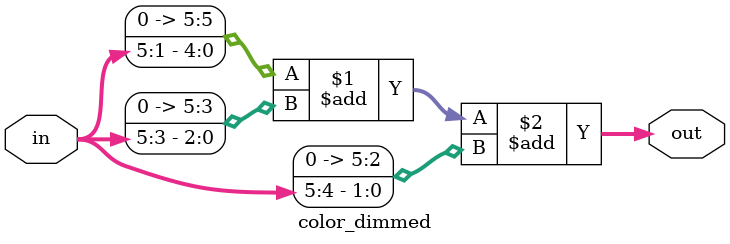
<source format=v>
`timescale 1ns / 1ps
`default_nettype none

module vga_scandoubler (
    input wire clkvideo,
    input wire clkvga,
    input wire enable_scandoubling,
    input wire disable_scaneffect,  // 1 to disable scanlines
    input wire [5:0] ri,
    input wire [5:0] gi,
    input wire [5:0] bi,
    input wire hsync_ext_n,
    input wire vsync_ext_n,
    input wire csync_ext_n,
    output reg [5:0] ro,
    output reg [5:0] go,
    output reg [5:0] bo,
    output reg hsync,
    output reg vsync
   );
    
    parameter [31:0] CLKVIDEO = 12000;
    
    // http://www.epanorama.net/faq/vga2rgb/calc.html
    // SVGA 800x600
    // HSYNC = 3.36us  VSYNC = 114.32us
    
    parameter [63:0] HSYNC_COUNT = (CLKVIDEO * 3360 * 2)/1000000;
    parameter [63:0] VSYNC_COUNT = (CLKVIDEO * 114320 * 2)/1000000;
    
    reg [10:0] addrvideo = 11'd0, addrvga = 11'b00000000000;
    reg [9:0] totalhor = 10'd0;

    wire [5:0] rout, gout, bout;
    // Memoria de doble puerto que guarda la informaci�n de dos scans
    // Cada scan puede ser de hasta 1024 puntos, incluidos aqu� los
    // puntos en negro que se pintan durante el HBlank
    vgascanline_dport memscan (
        .clk(clkvga),
        .addrwrite(addrvideo),
        .addrread(addrvga),
        .we(1'b1),
        .din({ri,gi,bi}),
        .dout({rout,gout,bout})
    );

    // Para generar scanlines:
    reg scaneffect = 1'b0;
    wire [5:0] rout_dimmed, gout_dimmed, bout_dimmed;
    color_dimmed apply_to_red   (rout, rout_dimmed);
    color_dimmed apply_to_green (gout, gout_dimmed);
    color_dimmed apply_to_blue  (bout, bout_dimmed);
    wire [5:0] ro_vga = (scaneffect | disable_scaneffect)? rout : rout_dimmed;
    wire [5:0] go_vga = (scaneffect | disable_scaneffect)? gout : gout_dimmed;
    wire [5:0] bo_vga = (scaneffect | disable_scaneffect)? bout : bout_dimmed;
        
    // Voy alternativamente escribiendo en una mitad o en otra del scan buffer
    // Cambio de mitad cada vez que encuentro un pulso de sincronismo horizontal
    // En "totalhor" mido el n�mero de ciclos de reloj que hay en un scan
    always @(posedge clkvideo) begin
//        if (vsync_ext_n == 1'b0) begin
//            addrvideo <= 11'd0;
//        end    
        if (hsync_ext_n == 1'b0 && addrvideo[9:7] != 3'b000) begin
            totalhor <= addrvideo[9:0];
            addrvideo <= {~addrvideo[10],10'b0000000000};
        end
        else
            addrvideo <= addrvideo + 11'd1;
    end
    
    // Recorro el scanbuffer al doble de velocidad, generando direcciones para
    // el scan buffer. Cada vez que el video original ha terminado una linea,
    // cambio de mitad de buffer. Cuando termino de recorrerlo pero a�n no
    // estoy en un retrazo horizontal, simplemente vuelvo a recorrer el scan buffer
    // desde el mismo origen
    // Cada vez que termino de recorrer el scan buffer basculo "scaneffect" que
    // uso despu�s para mostrar los p�xeles a su brillo nominal, o con su brillo
    // reducido para un efecto chachi de scanlines en la VGA
    always @(posedge clkvga) begin
//        if (vsync_ext_n == 1'b0) begin
//            addrvga <= 11'b10000000000;
//            scaneffect <= 1'b0;
//        end    
        if (addrvga[9:0] == totalhor && hsync_ext_n == 1'b1) begin
            addrvga <= {addrvga[10], 10'b000000000};
            scaneffect <= ~scaneffect;
        end
        else if (hsync_ext_n == 1'b0 && addrvga[9:7] != 3'b000) begin
            addrvga <= {~addrvga[10],10'b000000000};
            scaneffect <= ~scaneffect;
        end
        else
            addrvga <= addrvga + 11'd1;
    end

    // El HSYNC de la VGA est� bajo s�lo durante HSYNC_COUNT ciclos a partir del comienzo
    // del barrido de un scanline
    reg hsync_vga, vsync_vga;
    
    always @* begin
        if (addrvga[9:0] < HSYNC_COUNT[9:0])
            hsync_vga = 1'b0;
        else
            hsync_vga = 1'b1;
    end
    
    // El VSYNC de la VGA est� bajo s�lo durante VSYNC_COUNT ciclos a partir del flanco de
    // bajada de la se�al de sincronismo vertical original
    reg [15:0] cntvsync = 16'hFFFF;
    initial vsync_vga = 1'b1;
    always @(posedge clkvga) begin
        if (vsync_ext_n == 1'b0) begin
            if (cntvsync == 16'hFFFF) begin
                cntvsync <= 16'd0;
                vsync_vga <= 1'b0;
            end
            else if (cntvsync != 16'hFFFE) begin
                if (cntvsync == VSYNC_COUNT[15:0]) begin
                    vsync_vga <= 1'b1;
                    cntvsync <= 16'hFFFE;
                end
                else
                    cntvsync <= cntvsync + 16'd1;
            end
        end
        else if (vsync_ext_n == 1'b1)
            cntvsync <= 16'hFFFF;
    end

    always @* begin
        if (enable_scandoubling == 1'b0) begin // 15kHz output
            ro = ri;
            go = gi;
            bo = bi;
            hsync = csync_ext_n;
            vsync = 1'b1;
        end
        else begin  // VGA output
            ro = ro_vga;
            go = go_vga;
            bo = bo_vga;
            hsync = hsync_vga;
            vsync = vsync_vga;
        end
    end
    
endmodule

// Una memoria de doble puerto: uno para leer, y otro para
// escribir. Es de 2048 direcciones: 1024 se emplean para
// guardar un scan, y otros 1024 para el siguiente scan
module vgascanline_dport (
    input wire clk,
    input wire [10:0] addrwrite,
    input wire [10:0] addrread,
    input wire we,
    input wire [17:0] din,
    output reg [17:0] dout
    );
    
    reg [17:0] scan[0:2047]; // two scanlines
    always @(posedge clk) begin
        dout <= scan[addrread];
        if (we == 1'b1)
            scan[addrwrite] <= din;
    end
endmodule

module color_dimmed (
    input wire [5:0] in,
    output wire [5:0] out // out se escala siendo alrededor del 70% de in (70% = 0.7 = .1011 aprox.)
    );
    
    assign out = {1'b0, in[5:1]} + {3'b000, in[5:3]} + {4'b0000, in[5:4]};
endmodule

</source>
